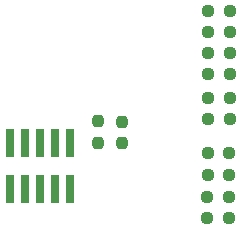
<source format=gbr>
%TF.GenerationSoftware,KiCad,Pcbnew,8.0.1*%
%TF.CreationDate,2024-05-04T23:45:59-07:00*%
%TF.ProjectId,gps_interposer,6770735f-696e-4746-9572-706f7365722e,rev?*%
%TF.SameCoordinates,Original*%
%TF.FileFunction,Paste,Bot*%
%TF.FilePolarity,Positive*%
%FSLAX46Y46*%
G04 Gerber Fmt 4.6, Leading zero omitted, Abs format (unit mm)*
G04 Created by KiCad (PCBNEW 8.0.1) date 2024-05-04 23:45:59*
%MOMM*%
%LPD*%
G01*
G04 APERTURE LIST*
G04 Aperture macros list*
%AMRoundRect*
0 Rectangle with rounded corners*
0 $1 Rounding radius*
0 $2 $3 $4 $5 $6 $7 $8 $9 X,Y pos of 4 corners*
0 Add a 4 corners polygon primitive as box body*
4,1,4,$2,$3,$4,$5,$6,$7,$8,$9,$2,$3,0*
0 Add four circle primitives for the rounded corners*
1,1,$1+$1,$2,$3*
1,1,$1+$1,$4,$5*
1,1,$1+$1,$6,$7*
1,1,$1+$1,$8,$9*
0 Add four rect primitives between the rounded corners*
20,1,$1+$1,$2,$3,$4,$5,0*
20,1,$1+$1,$4,$5,$6,$7,0*
20,1,$1+$1,$6,$7,$8,$9,0*
20,1,$1+$1,$8,$9,$2,$3,0*%
G04 Aperture macros list end*
%ADD10RoundRect,0.237500X-0.237500X0.250000X-0.237500X-0.250000X0.237500X-0.250000X0.237500X0.250000X0*%
%ADD11RoundRect,0.237500X0.250000X0.237500X-0.250000X0.237500X-0.250000X-0.237500X0.250000X-0.237500X0*%
%ADD12RoundRect,0.237500X-0.250000X-0.237500X0.250000X-0.237500X0.250000X0.237500X-0.250000X0.237500X0*%
%ADD13R,0.740000X2.400000*%
%ADD14RoundRect,0.237500X0.237500X-0.250000X0.237500X0.250000X-0.237500X0.250000X-0.237500X-0.250000X0*%
G04 APERTURE END LIST*
D10*
%TO.C,R29*%
X179578000Y-105109000D03*
X179578000Y-106934000D03*
%TD*%
D11*
%TO.C,R19*%
X190754000Y-101092000D03*
X188929000Y-101092000D03*
%TD*%
D12*
%TO.C,R14*%
X188863000Y-107823000D03*
X190688000Y-107823000D03*
%TD*%
%TO.C,R13*%
X188863000Y-109652000D03*
X190688000Y-109652000D03*
%TD*%
D11*
%TO.C,R18*%
X190674000Y-113284000D03*
X188849000Y-113284000D03*
%TD*%
D12*
%TO.C,R10*%
X188929000Y-99314000D03*
X190754000Y-99314000D03*
%TD*%
D13*
%TO.C,J2*%
X177220000Y-110850000D03*
X177220000Y-106950000D03*
X175950000Y-110850000D03*
X175950000Y-106950000D03*
X174680000Y-110850000D03*
X174680000Y-106950000D03*
X173410000Y-110850000D03*
X173410000Y-106950000D03*
X172140000Y-110850000D03*
X172140000Y-106950000D03*
%TD*%
D14*
%TO.C,R31*%
X181610000Y-106981000D03*
X181610000Y-105156000D03*
%TD*%
D11*
%TO.C,R7*%
X190721000Y-103124000D03*
X188896000Y-103124000D03*
%TD*%
D12*
%TO.C,R16*%
X188896000Y-95758000D03*
X190721000Y-95758000D03*
%TD*%
D11*
%TO.C,R17*%
X190721000Y-104902000D03*
X188896000Y-104902000D03*
%TD*%
D12*
%TO.C,R15*%
X188896000Y-97536000D03*
X190721000Y-97536000D03*
%TD*%
D11*
%TO.C,R2*%
X190674000Y-111506000D03*
X188849000Y-111506000D03*
%TD*%
M02*

</source>
